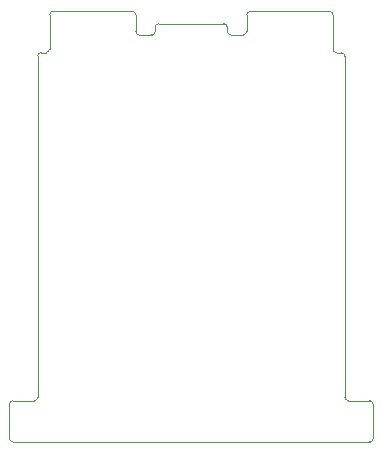
<source format=gbr>
%TF.GenerationSoftware,KiCad,Pcbnew,8.0.3*%
%TF.CreationDate,2024-07-15T16:50:19+10:00*%
%TF.ProjectId,DB9 Serial Expansion Card Rev2,44423920-5365-4726-9961-6c2045787061,rev?*%
%TF.SameCoordinates,Original*%
%TF.FileFunction,Profile,NP*%
%FSLAX46Y46*%
G04 Gerber Fmt 4.6, Leading zero omitted, Abs format (unit mm)*
G04 Created by KiCad (PCBNEW 8.0.3) date 2024-07-15 16:50:19*
%MOMM*%
%LPD*%
G01*
G04 APERTURE LIST*
%TA.AperFunction,Profile*%
%ADD10C,0.050000*%
%TD*%
G04 APERTURE END LIST*
D10*
X245340000Y-75710000D02*
G75*
G02*
X245640000Y-76010000I0J-300000D01*
G01*
X220640000Y-72510000D02*
G75*
G02*
X220940000Y-72210000I300000J0D01*
G01*
X219640000Y-104870000D02*
G75*
G02*
X219340000Y-105170000I-300000J0D01*
G01*
X236940000Y-74210000D02*
X237040000Y-74210000D01*
X248035000Y-105470000D02*
X248035000Y-108370032D01*
X219940000Y-75710000D02*
X220340000Y-75710000D01*
X227640000Y-72210000D02*
G75*
G02*
X227940000Y-72510000I0J-300000D01*
G01*
X228240000Y-74210000D02*
G75*
G02*
X227940000Y-73910000I0J300000D01*
G01*
X227940000Y-73910000D02*
X227940000Y-72510000D01*
X219340000Y-105170000D02*
X217545000Y-105170000D01*
X220640000Y-75410000D02*
G75*
G02*
X220340000Y-75710000I-300000J0D01*
G01*
X237340000Y-73910000D02*
G75*
G02*
X237040000Y-74210000I-300000J0D01*
G01*
X227640000Y-72210000D02*
X220940000Y-72210000D01*
X245940000Y-105170000D02*
G75*
G02*
X245640000Y-104870000I0J300000D01*
G01*
X244340000Y-72210000D02*
G75*
G02*
X244640000Y-72510000I0J-300000D01*
G01*
X248035000Y-108370032D02*
G75*
G02*
X247735000Y-108670100I-300100J32D01*
G01*
X245640000Y-76010000D02*
X245640000Y-104870000D01*
X220640000Y-75410000D02*
X220640000Y-72510000D01*
X219640000Y-76010000D02*
X219640000Y-104870000D01*
X244640000Y-75410000D02*
X244640000Y-72510000D01*
X244940000Y-75710000D02*
X245340000Y-75710000D01*
X219640000Y-76010000D02*
G75*
G02*
X219940000Y-75710000I300000J0D01*
G01*
X217545000Y-108670032D02*
G75*
G02*
X217245068Y-108370032I0J299932D01*
G01*
X247735000Y-105170000D02*
G75*
G02*
X248035000Y-105470000I0J-300000D01*
G01*
X217245000Y-105470000D02*
G75*
G02*
X217545000Y-105170000I300000J0D01*
G01*
X237340000Y-72510000D02*
G75*
G02*
X237640000Y-72210000I300000J0D01*
G01*
X247735000Y-105170000D02*
X245940000Y-105170000D01*
X228240000Y-74210000D02*
X228340000Y-74210000D01*
X244940000Y-75710000D02*
G75*
G02*
X244640000Y-75410000I0J300000D01*
G01*
X237640000Y-72210000D02*
X244340000Y-72210000D01*
X217545000Y-108670032D02*
X247735000Y-108670032D01*
X217245000Y-105470000D02*
X217245000Y-108370032D01*
X237340000Y-73910000D02*
X237340000Y-72510000D01*
%TO.C,P1*%
X229290000Y-74210000D02*
X228340000Y-74210000D01*
X229590000Y-73550000D02*
X229590000Y-73910000D01*
X229890000Y-73250000D02*
X235390000Y-73250000D01*
X235690000Y-73550000D02*
X235690000Y-73910000D01*
X235990000Y-74210000D02*
X236940000Y-74210000D01*
X229590000Y-73550000D02*
G75*
G02*
X229890000Y-73250000I300000J0D01*
G01*
X229590000Y-73910000D02*
G75*
G02*
X229290000Y-74210000I-300000J0D01*
G01*
X235390000Y-73250000D02*
G75*
G02*
X235690000Y-73550000I0J-300000D01*
G01*
X235990000Y-74210000D02*
G75*
G02*
X235690000Y-73910000I0J300000D01*
G01*
%TD*%
M02*

</source>
